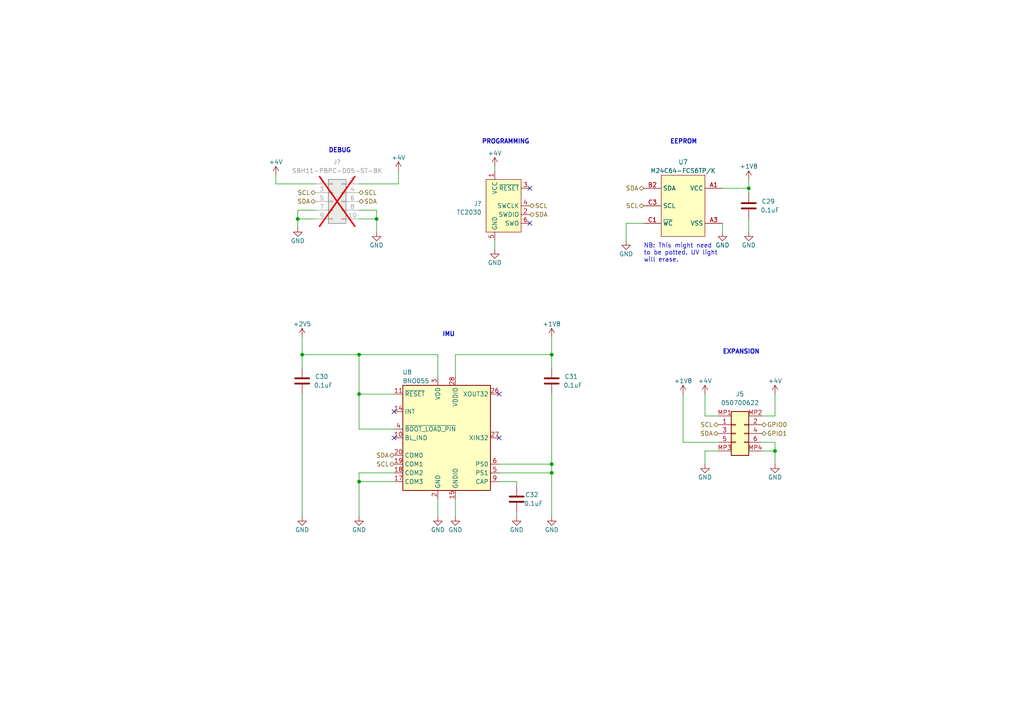
<source format=kicad_sch>
(kicad_sch (version 20230121) (generator eeschema)
  (paper "A4")
  (title_block (title "ONIX Neuropixels 1.0 Economical Headstage") (rev "A") (company "Open Ephys, Inc") (comment 1 "Jonathan P. Newman"))
  (lib_symbols
    (symbol "Connector:Conn_ARM_SWD_TagConnect_TC2030" (in_bom no)
      (property "Reference" "J" (at 2.54 11.43 0))
      (property "Value" "Conn_ARM_SWD_TagConnect_TC2030" (at 5.08 8.89 0))
      (symbol "Conn_ARM_SWD_TagConnect_TC2030_0_0"
        (pin power_in line (at -2.54 10.16 270) (length 2.54) (name "VCC") (number "1"))
        (pin bidirectional line (at 7.62 -2.54 180) (length 2.54) (name "SWDIO") (number "2"))
        (pin open_collector line (at 7.62 5.08 180) (length 2.54) (name "~{RESET}") (number "3"))
        (pin output line (at 7.62 0 180) (length 2.54) (name "SWCLK") (number "4"))
        (pin power_in line (at -2.54 -10.16 90) (length 2.54) (name "GND") (number "5"))
        (pin input line (at 7.62 -5.08 180) (length 2.54) (name "SWO") (number "6"))
      )
      (symbol "Conn_ARM_SWD_TagConnect_TC2030_0_1"
        (rectangle (start -5.08 7.62) (end 5.08 -7.62) (fill (type background)))
      )
    )
    (symbol "Connector_Generic:Conn_02x05_Odd_Even" (pin_names (offset 1.016) hide)
      (property "Reference" "J" (at 1.27 7.62 0))
      (property "Value" "Conn_02x05_Odd_Even" (at 1.27 -7.62 0))
      (symbol "Conn_02x05_Odd_Even_1_1"
        (rectangle (start -1.27 -4.953) (end 0 -5.207) (stroke (width 0.1524)))
        (rectangle (start -1.27 -2.413) (end 0 -2.667) (stroke (width 0.1524)))
        (rectangle (start -1.27 0.127) (end 0 -0.127) (stroke (width 0.1524)))
        (rectangle (start -1.27 2.667) (end 0 2.413) (stroke (width 0.1524)))
        (rectangle (start -1.27 5.207) (end 0 4.953) (stroke (width 0.1524)))
        (rectangle (start -1.27 6.35) (end 3.81 -6.35) (stroke (width 0.254)) (fill (type background)))
        (rectangle (start 3.81 -4.953) (end 2.54 -5.207) (stroke (width 0.1524)))
        (rectangle (start 3.81 -2.413) (end 2.54 -2.667) (stroke (width 0.1524)))
        (rectangle (start 3.81 0.127) (end 2.54 -0.127) (stroke (width 0.1524)))
        (rectangle (start 3.81 2.667) (end 2.54 2.413) (stroke (width 0.1524)))
        (rectangle (start 3.81 5.207) (end 2.54 4.953) (stroke (width 0.1524)))
        (pin passive line (at -5.08 5.08 0) (length 3.81) (name "Pin_1") (number "1"))
        (pin passive line (at 7.62 -5.08 180) (length 3.81) (name "Pin_10") (number "10"))
        (pin passive line (at 7.62 5.08 180) (length 3.81) (name "Pin_2") (number "2"))
        (pin passive line (at -5.08 2.54 0) (length 3.81) (name "Pin_3") (number "3"))
        (pin passive line (at 7.62 2.54 180) (length 3.81) (name "Pin_4") (number "4"))
        (pin passive line (at -5.08 0 0) (length 3.81) (name "Pin_5") (number "5"))
        (pin passive line (at 7.62 0 180) (length 3.81) (name "Pin_6") (number "6"))
        (pin passive line (at -5.08 -2.54 0) (length 3.81) (name "Pin_7") (number "7"))
        (pin passive line (at 7.62 -2.54 180) (length 3.81) (name "Pin_8") (number "8"))
        (pin passive line (at -5.08 -5.08 0) (length 3.81) (name "Pin_9") (number "9"))
      )
    )
    (symbol "Device:C" (pin_numbers hide) (pin_names (offset 0.254))
      (property "Reference" "C" (at 0.635 2.54 0))
      (property "Value" "C" (at 0.635 -2.54 0))
      (symbol "C_0_1"
        (polyline (pts (xy -2.032 -0.762) (xy 2.032 -0.762)) (stroke (width 0.508)))
        (polyline (pts (xy -2.032 0.762) (xy 2.032 0.762)) (stroke (width 0.508)))
      )
      (symbol "C_1_1"
        (pin passive line (at 0 3.81 270) (length 2.794) (name "~") (number "1"))
        (pin passive line (at 0 -3.81 90) (length 2.794) (name "~") (number "2"))
      )
    )
    (symbol "Sensor_Motion:BNO055"
      (property "Reference" "U" (at -11.43 16.51 0))
      (property "Value" "BNO055" (at 12.7 16.51 0))
      (symbol "BNO055_0_1"
        (rectangle (start -12.7 15.24) (end 12.7 -15.24) (stroke (width 0.254)) (fill (type background)))
      )
      (symbol "BNO055_1_1"
        (pin no_connect line (at -12.7 10.16 0) (length 2.54) hide (name "PIN1") (number "1"))
        (pin output line (at -15.24 0 0) (length 2.54) (name "BL_IND") (number "10"))
        (pin input line (at -15.24 12.7 0) (length 2.54) (name "~{RESET}") (number "11"))
        (pin no_connect line (at 12.7 10.16 180) (length 2.54) hide (name "PIN12") (number "12"))
        (pin no_connect line (at 12.7 7.62 180) (length 2.54) hide (name "PIN13") (number "13"))
        (pin output line (at -15.24 7.62 0) (length 2.54) (name "INT") (number "14"))
        (pin power_in line (at 2.54 -17.78 90) (length 2.54) (name "GNDIO") (number "15"))
        (pin passive line (at 2.54 -17.78 90) (length 2.54) hide (name "GNDIO") (number "16"))
        (pin input line (at -15.24 -12.7 0) (length 2.54) (name "COM3") (number "17"))
        (pin passive line (at -15.24 -10.16 0) (length 2.54) (name "COM2") (number "18"))
        (pin bidirectional line (at -15.24 -7.62 0) (length 2.54) (name "COM1") (number "19"))
        (pin power_in line (at -2.54 -17.78 90) (length 2.54) (name "GND") (number "2"))
        (pin bidirectional line (at -15.24 -5.08 0) (length 2.54) (name "COM0") (number "20"))
        (pin no_connect line (at 12.7 5.08 180) (length 2.54) hide (name "PIN21") (number "21"))
        (pin no_connect line (at 12.7 2.54 180) (length 2.54) hide (name "PIN22") (number "22"))
        (pin no_connect line (at 12.7 -2.54 180) (length 2.54) hide (name "PIN23") (number "23"))
        (pin no_connect line (at 12.7 -5.08 180) (length 2.54) hide (name "PIN24") (number "24"))
        (pin passive line (at 2.54 -17.78 90) (length 2.54) hide (name "GNDIO") (number "25"))
        (pin output line (at 15.24 12.7 180) (length 2.54) (name "XOUT32") (number "26"))
        (pin input line (at 15.24 0 180) (length 2.54) (name "XIN32") (number "27"))
        (pin power_in line (at 2.54 17.78 270) (length 2.54) (name "VDDIO") (number "28"))
        (pin power_in line (at -2.54 17.78 270) (length 2.54) (name "VDD") (number "3"))
        (pin input line (at -15.24 2.54 0) (length 2.54) (name "~{BOOT_LOAD_PIN}") (number "4"))
        (pin input line (at 15.24 -10.16 180) (length 2.54) (name "PS1") (number "5"))
        (pin input line (at 15.24 -7.62 180) (length 2.54) (name "PS0") (number "6"))
        (pin no_connect line (at -12.7 5.08 0) (length 2.54) hide (name "PIN7") (number "7"))
        (pin no_connect line (at -12.7 -2.54 0) (length 2.54) hide (name "PIN8") (number "8"))
        (pin passive line (at 15.24 -12.7 180) (length 2.54) (name "CAP") (number "9"))
      )
    )
    (symbol "jonnew:24Cxx-WC"
      (property "Reference" "U" (at 0 12.7 0))
      (property "Value" "24Cxx-WC" (at 0 10.16 0))
      (symbol "24Cxx-WC_0_1"
        (rectangle (start -6.35 8.89) (end 6.35 -8.89) (fill (type background)))
      )
      (symbol "24Cxx-WC_1_1"
        (pin power_in line (at -11.43 5.08 0) (length 5.08) (name "VCC") (number "A1"))
        (pin power_in line (at -11.43 -5.08 0) (length 5.08) (name "VSS") (number "A3"))
        (pin open_collector line (at 11.43 5.08 180) (length 5.08) (name "SDA") (number "B2"))
        (pin input line (at 11.43 -5.08 180) (length 5.08) (name "~{WC}") (number "C1"))
        (pin open_collector line (at 11.43 0 180) (length 5.08) (name "SCL") (number "C3"))
      )
    )
    (symbol "jonnew:Conn_02x3_Odd_Even_4Mech" (pin_names hide)
      (property "Reference" "J" (at 0 11.43 0))
      (property "Value" "Conn_02x3_Odd_Even_4Mech" (at 1.27 8.89 0))
      (symbol "Conn_02x3_Odd_Even_4Mech_1_1"
        (rectangle (start -2.54 -2.413) (end -1.27 -2.667) (stroke (width 0.1524)))
        (rectangle (start -2.54 0.127) (end -1.27 -0.127) (stroke (width 0.1524)))
        (rectangle (start -2.54 2.667) (end -1.27 2.413) (stroke (width 0.1524)))
        (rectangle (start -2.54 6.35) (end 2.54 -6.35) (stroke (width 0.254)) (fill (type background)))
        (rectangle (start 2.54 -2.413) (end 1.27 -2.667) (stroke (width 0.1524)))
        (rectangle (start 2.54 0.127) (end 1.27 -0.127) (stroke (width 0.1524)))
        (rectangle (start 2.54 2.667) (end 1.27 2.413) (stroke (width 0.1524)))
        (pin passive line (at -6.35 2.54 0) (length 3.81) (name "Pin_1") (number "1"))
        (pin passive line (at 6.35 2.54 180) (length 3.81) (name "Pin_2") (number "2"))
        (pin passive line (at -6.35 0 0) (length 3.81) (name "Pin_3") (number "3"))
        (pin passive line (at 6.35 0 180) (length 3.81) (name "Pin_4") (number "4"))
        (pin passive line (at -6.35 -2.54 0) (length 3.81) (name "Pin_5") (number "5"))
        (pin passive line (at 6.35 -2.54 180) (length 3.81) (name "Pin_6") (number "6"))
        (pin passive line (at -6.35 5.08 0) (length 3.81) (name "MountPin1") (number "MP1"))
        (pin passive line (at 6.35 5.08 180) (length 3.81) (name "MountPin2") (number "MP2"))
        (pin passive line (at -6.35 -5.08 0) (length 3.81) (name "MountPin3") (number "MP3"))
        (pin passive line (at 6.35 -5.08 180) (length 3.81) (name "MountPin4") (number "MP4"))
      )
    )
    (symbol "power:+1V8" (power) (pin_names (offset 0))
      (property "Value" "+1V8" (at 0 3.556 0))
      (symbol "+1V8_0_1"
        (polyline (pts (xy -0.762 1.27) (xy 0 2.54)))
        (polyline (pts (xy 0 0) (xy 0 2.54)))
        (polyline (pts (xy 0 2.54) (xy 0.762 1.27)))
      )
      (symbol "+1V8_1_1"
        (pin power_in line (at 0 0 90) (length 0) hide (name "+1V8") (number "1"))
      )
    )
    (symbol "power:+2V5" (power) (pin_names (offset 0))
      (property "Value" "+2V5" (at 0 3.556 0))
      (symbol "+2V5_0_1"
        (polyline (pts (xy -0.762 1.27) (xy 0 2.54)))
        (polyline (pts (xy 0 0) (xy 0 2.54)))
        (polyline (pts (xy 0 2.54) (xy 0.762 1.27)))
      )
      (symbol "+2V5_1_1"
        (pin power_in line (at 0 0 90) (length 0) hide (name "+2V5") (number "1"))
      )
    )
    (symbol "power:+4V" (power) (pin_names (offset 0))
      (property "Value" "+4V" (at 0 3.556 0))
      (symbol "+4V_0_1"
        (polyline (pts (xy -0.762 1.27) (xy 0 2.54)))
        (polyline (pts (xy 0 0) (xy 0 2.54)))
        (polyline (pts (xy 0 2.54) (xy 0.762 1.27)))
      )
      (symbol "+4V_1_1"
        (pin power_in line (at 0 0 90) (length 0) hide (name "+4V") (number "1"))
      )
    )
    (symbol "power:GND" (power) (pin_names (offset 0))
      (property "Value" "GND" (at 0 -3.81 0))
      (symbol "GND_0_1"
        (polyline (pts (xy 0 0) (xy 0 -1.27) (xy 1.27 -1.27) (xy 0 -2.54) (xy -1.27 -1.27) (xy 0 -1.27)))
      )
      (symbol "GND_1_1"
        (pin power_in line (at 0 0 270) (length 0) hide (name "GND") (number "1"))
      )
    )
  )
  (junction (at 109.22 63.5))
  (junction (at 217.17 54.61))
  (junction (at 224.79 130.81))
  (junction (at 160.02 102.87))
  (junction (at 160.02 137.16))
  (junction (at 160.02 134.62))
  (junction (at 104.14 139.7))
  (junction (at 104.14 102.87))
  (junction (at 104.14 114.3))
  (junction (at 86.36 63.5))
  (junction (at 87.63 102.87))
  (no_connect (at 114.3 127))
  (no_connect (at 153.67 64.77))
  (no_connect (at 144.78 127))
  (no_connect (at 114.3 119.38))
  (no_connect (at 144.78 114.3))
  (no_connect (at 153.67 54.61))
  (wire (pts (xy 115.57 53.34) (xy 115.57 49.53)))
  (wire (pts (xy 114.3 139.7) (xy 104.14 139.7)))
  (wire (pts (xy 217.17 55.88) (xy 217.17 54.61)))
  (wire (pts (xy 104.14 124.46) (xy 114.3 124.46)))
  (wire (pts (xy 160.02 149.86) (xy 160.02 137.16)))
  (wire (pts (xy 160.02 106.68) (xy 160.02 102.87)))
  (wire (pts (xy 87.63 102.87) (xy 87.63 106.68)))
  (wire (pts (xy 144.78 134.62) (xy 160.02 134.62)))
  (wire (pts (xy 217.17 52.07) (xy 217.17 54.61)))
  (wire (pts (xy 87.63 102.87) (xy 104.14 102.87)))
  (wire (pts (xy 114.3 137.16) (xy 104.14 137.16)))
  (wire (pts (xy 220.98 128.27) (xy 224.79 128.27)))
  (wire (pts (xy 220.98 130.81) (xy 224.79 130.81)))
  (wire (pts (xy 104.14 60.96) (xy 109.22 60.96)))
  (wire (pts (xy 104.14 114.3) (xy 104.14 124.46)))
  (wire (pts (xy 224.79 128.27) (xy 224.79 130.81)))
  (wire (pts (xy 104.14 137.16) (xy 104.14 139.7)))
  (wire (pts (xy 104.14 139.7) (xy 104.14 149.86)))
  (wire (pts (xy 132.08 144.78) (xy 132.08 149.86)))
  (wire (pts (xy 208.28 130.81) (xy 204.47 130.81)))
  (wire (pts (xy 204.47 120.65) (xy 208.28 120.65)))
  (wire (pts (xy 132.08 109.22) (xy 132.08 102.87)))
  (wire (pts (xy 104.14 114.3) (xy 114.3 114.3)))
  (wire (pts (xy 209.55 54.61) (xy 217.17 54.61)))
  (wire (pts (xy 104.14 63.5) (xy 109.22 63.5)))
  (wire (pts (xy 104.14 102.87) (xy 127 102.87)))
  (wire (pts (xy 86.36 63.5) (xy 86.36 66.04)))
  (wire (pts (xy 91.44 53.34) (xy 80.01 53.34)))
  (wire (pts (xy 220.98 120.65) (xy 224.79 120.65)))
  (wire (pts (xy 127 144.78) (xy 127 149.86)))
  (wire (pts (xy 208.28 128.27) (xy 198.12 128.27)))
  (wire (pts (xy 86.36 60.96) (xy 86.36 63.5)))
  (wire (pts (xy 144.78 139.7) (xy 149.86 139.7)))
  (wire (pts (xy 160.02 114.3) (xy 160.02 134.62)))
  (wire (pts (xy 87.63 114.3) (xy 87.63 149.86)))
  (wire (pts (xy 86.36 63.5) (xy 91.44 63.5)))
  (wire (pts (xy 198.12 114.3) (xy 198.12 128.27)))
  (wire (pts (xy 127 109.22) (xy 127 102.87)))
  (wire (pts (xy 104.14 53.34) (xy 115.57 53.34)))
  (wire (pts (xy 224.79 130.81) (xy 224.79 134.62)))
  (wire (pts (xy 87.63 97.79) (xy 87.63 102.87)))
  (wire (pts (xy 217.17 63.5) (xy 217.17 67.31)))
  (wire (pts (xy 204.47 114.3) (xy 204.47 120.65)))
  (wire (pts (xy 209.55 64.77) (xy 209.55 67.31)))
  (wire (pts (xy 143.51 48.26) (xy 143.51 49.53)))
  (wire (pts (xy 143.51 69.85) (xy 143.51 72.39)))
  (wire (pts (xy 181.61 69.85) (xy 181.61 64.77)))
  (wire (pts (xy 160.02 137.16) (xy 160.02 134.62)))
  (wire (pts (xy 224.79 114.3) (xy 224.79 120.65)))
  (wire (pts (xy 91.44 60.96) (xy 86.36 60.96)))
  (wire (pts (xy 109.22 60.96) (xy 109.22 63.5)))
  (wire (pts (xy 181.61 64.77) (xy 186.69 64.77)))
  (wire (pts (xy 149.86 148.59) (xy 149.86 149.86)))
  (wire (pts (xy 160.02 97.79) (xy 160.02 102.87)))
  (wire (pts (xy 80.01 53.34) (xy 80.01 50.8)))
  (wire (pts (xy 204.47 130.81) (xy 204.47 134.62)))
  (wire (pts (xy 149.86 139.7) (xy 149.86 140.97)))
  (wire (pts (xy 104.14 102.87) (xy 104.14 114.3)))
  (wire (pts (xy 144.78 137.16) (xy 160.02 137.16)))
  (wire (pts (xy 109.22 63.5) (xy 109.22 67.31)))
  (wire (pts (xy 132.08 102.87) (xy 160.02 102.87)))
  (text "EEPROM" (at 194.31 41.91 0) (effects (font (size 1.27 1.27) (thickness 0.254) bold) (justify left bottom)))
  (text "DEBUG" (at 95.25 44.45 0) (effects (font (size 1.27 1.27) (thickness 0.254) bold) (justify left bottom)))
  (text "PROGRAMMING" (at 139.7 41.91 0) (effects (font (size 1.27 1.27) (thickness 0.254) bold) (justify left bottom)))
  (text "IMU" (at 128.27 97.79 0) (effects (font (size 1.27 1.27) (thickness 0.254) bold) (justify left bottom)))
  (text "NB: This might need\nto be potted. UV light\nwill erase." (at 186.69 76.2 0) (effects (font (size 1.27 1.27)) (justify left bottom)))
  (text "EXPANSION" (at 209.55 102.87 0) (effects (font (size 1.27 1.27) (thickness 0.254) bold) (justify left bottom)))
  (hierarchical_label "SCL" (shape bidirectional) (at 91.44 55.88 180))
  (hierarchical_label "SDA" (shape bidirectional) (at 186.69 54.61 180))
  (hierarchical_label "SDA" (shape bidirectional) (at 114.3 132.08 180))
  (hierarchical_label "SCL" (shape bidirectional) (at 208.28 123.19 180))
  (hierarchical_label "GPIO0" (shape bidirectional) (at 220.98 123.19 0))
  (hierarchical_label "SDA" (shape bidirectional) (at 153.67 62.23 0))
  (hierarchical_label "SDA" (shape bidirectional) (at 91.44 58.42 180))
  (hierarchical_label "SDA" (shape bidirectional) (at 208.28 125.73 180))
  (hierarchical_label "SCL" (shape bidirectional) (at 114.3 134.62 180))
  (hierarchical_label "SCL" (shape bidirectional) (at 186.69 59.69 180))
  (hierarchical_label "SDA" (shape bidirectional) (at 104.14 58.42 0))
  (hierarchical_label "SCL" (shape bidirectional) (at 104.14 55.88 0))
  (hierarchical_label "SCL" (shape bidirectional) (at 153.67 59.69 0))
  (hierarchical_label "GPIO1" (shape bidirectional) (at 220.98 125.73 0))
  (symbol (lib_id "power:GND") (at 143.51 72.39 0) (mirror y) (unit 1)
    (property "Reference" "#PWR?" (effects hide))
    (property "Value" "GND" (at 143.51 76.2 0))
    (instances (project "headstage-neuropix1e" (path "" (reference "#PWR?") (unit 1)) (path "" (reference "#PWR070") (unit 1))))
  )
  (symbol (lib_id "power:+4V") (at 80.01 50.8 0) (mirror y) (unit 1)
    (property "Reference" "#PWR?" (effects hide))
    (property "Value" "+4V" (at 80.01 46.99 0))
    (instances (project "headstage-neuropix1e" (path "" (reference "#PWR?") (unit 1)) (path "" (reference "#PWR?") (unit 1)) (path "" (reference "#PWR063") (unit 1))))
  )
  (symbol (lib_id "Sensor_Motion:BNO055") (at 129.54 127 0) (unit 1)
    (property "Reference" "U8" (at 118.11 107.95 0))
    (property "Value" "BNO055" (at 120.65 110.49 0))
    (property "Footprint" "Package_LGA:LGA-28_5.2x3.8mm_P0.5mm" (effects hide))
    (property "Datasheet" "https://www.bosch-sensortec.com/media/boschsensortec/downloads/datasheets/bst-bno055-ds000.pdf" (effects hide))
  )
  (symbol (lib_id "power:GND") (at 160.02 149.86 0) (unit 1)
    (property "Reference" "#PWR083" (effects hide))
    (property "Value" "GND" (at 160.02 153.67 0))
  )
  (symbol (lib_id "power:+4V") (at 204.47 114.3 0) (unit 1)
    (property "Reference" "#PWR?" (effects hide))
    (property "Value" "+4V" (at 204.47 110.49 0))
    (instances (project "headstage-neuropix1e" (path "" (reference "#PWR?") (unit 1)) (path "" (reference "#PWR074") (unit 1))))
  )
  (symbol (lib_id "power:GND") (at 109.22 67.31 0) (mirror y) (unit 1)
    (property "Reference" "#PWR?" (effects hide))
    (property "Value" "GND" (at 109.22 71.12 0))
    (instances (project "headstage-neuropix1e" (path "" (reference "#PWR?") (unit 1)) (path "" (reference "#PWR066") (unit 1))))
  )
  (symbol (lib_id "power:GND") (at 86.36 66.04 0) (mirror y) (unit 1)
    (property "Reference" "#PWR?" (effects hide))
    (property "Value" "GND" (at 86.36 69.85 0))
    (instances (project "headstage-neuropix1e" (path "" (reference "#PWR?") (unit 1)) (path "" (reference "#PWR065") (unit 1))))
  )
  (symbol (lib_id "power:GND") (at 209.55 67.31 0) (unit 1)
    (property "Reference" "#PWR067" (effects hide))
    (property "Value" "GND" (at 209.55 71.12 0))
  )
  (symbol (lib_id "jonnew:Conn_02x3_Odd_Even_4Mech") (at 214.63 125.73 0) (unit 1) (in_bom no)
    (property "Reference" "J5" (at 214.63 114.3 0))
    (property "Value" "050700622" (at 214.63 116.84 0))
    (property "Footprint" "jonnew:MOLEX_5050700622" (effects hide))
  )
  (symbol (lib_id "power:GND") (at 217.17 67.31 0) (unit 1)
    (property "Reference" "#PWR068" (effects hide))
    (property "Value" "GND" (at 217.17 71.12 0))
  )
  (symbol (lib_id "power:+1V8") (at 160.02 97.79 0) (unit 1)
    (property "Reference" "#PWR072" (effects hide))
    (property "Value" "+1V8" (at 160.02 93.98 0))
  )
  (symbol (lib_id "power:GND") (at 204.47 134.62 0) (unit 1)
    (property "Reference" "#PWR076" (effects hide))
    (property "Value" "GND" (at 204.47 138.43 0))
  )
  (symbol (lib_id "Device:C") (at 217.17 59.69 180) (unit 1)
    (property "Reference" "C29" (at 224.79 58.42 0) (effects (justify left)))
    (property "Value" "0.1uF" (at 226.06 60.96 0) (effects (justify left)))
    (property "Footprint" "Capacitor_SMD:C_0201_0603Metric" (effects hide))
    (property "TempCo" "X7R" (effects hide))
    (property "Voltage" "25V" (effects hide))
    (property "CASE/PACKAGE" "0201" (effects hide))
  )
  (symbol (lib_id "power:GND") (at 127 149.86 0) (unit 1)
    (property "Reference" "#PWR080" (effects hide))
    (property "Value" "GND" (at 127 153.67 0))
  )
  (symbol (lib_id "power:+1V8") (at 198.12 114.3 0) (mirror y) (unit 1)
    (property "Reference" "#PWR073" (effects hide))
    (property "Value" "+1V8" (at 198.12 110.49 0))
  )
  (symbol (lib_id "jonnew:24Cxx-WC") (at 198.12 59.69 0) (mirror y) (unit 1)
    (property "Reference" "U7" (at 198.12 46.99 0))
    (property "Value" "M24C64-FCS6TP/K" (at 198.12 49.53 0))
    (property "Footprint" "jonnew:ST_WLCSP5-0.959x1.073" (effects hide))
    (property "Datasheet" "https://www.st.com/content/ccc/resource/technical/document/datasheet/5c/df/52/a5/15/f2/48/bd/CD00259166.pdf/files/CD00259166.pdf/jcr:content/translations/en.CD00259166.pdf#page=5&zoom=100,0,350" (effects hide))
  )
  (symbol (lib_id "power:+4V") (at 115.57 49.53 0) (mirror y) (unit 1)
    (property "Reference" "#PWR?" (effects hide))
    (property "Value" "+4V" (at 115.57 45.72 0))
    (instances (project "headstage-neuropix1e" (path "" (reference "#PWR?") (unit 1)) (path "" (reference "#PWR?") (unit 1)) (path "" (reference "#PWR062") (unit 1))))
  )
  (symbol (lib_id "Device:C") (at 87.63 110.49 180) (unit 1)
    (property "Reference" "C30" (at 95.25 109.22 0) (effects (justify left)))
    (property "Value" "0.1uF" (at 96.52 111.76 0) (effects (justify left)))
    (property "Footprint" "Capacitor_SMD:C_0201_0603Metric" (effects hide))
    (property "TempCo" "X7R" (effects hide))
    (property "Voltage" "25V" (effects hide))
    (property "CASE/PACKAGE" "0201" (effects hide))
  )
  (symbol (lib_id "power:GND") (at 87.63 149.86 0) (unit 1)
    (property "Reference" "#PWR078" (effects hide))
    (property "Value" "GND" (at 87.63 153.67 0))
  )
  (symbol (lib_id "power:GND") (at 224.79 134.62 0) (unit 1)
    (property "Reference" "#PWR077" (effects hide))
    (property "Value" "GND" (at 224.79 138.43 0))
  )
  (symbol (lib_id "power:+4V") (at 224.79 114.3 0) (unit 1)
    (property "Reference" "#PWR?" (effects hide))
    (property "Value" "+4V" (at 224.79 110.49 0))
    (instances (project "headstage-neuropix1e" (path "" (reference "#PWR?") (unit 1)) (path "" (reference "#PWR075") (unit 1))))
  )
  (symbol (lib_id "power:GND") (at 149.86 149.86 0) (unit 1)
    (property "Reference" "#PWR082" (effects hide))
    (property "Value" "GND" (at 149.86 153.67 0))
  )
  (symbol (lib_id "Connector:Conn_ARM_SWD_TagConnect_TC2030") (at 146.05 59.69 0) (unit 1) (in_bom no)
    (property "Reference" "J?" (at 139.7 59.055 0) (effects (justify right)))
    (property "Value" "TC2030" (at 139.7 61.595 0) (effects (justify right)))
    (property "Footprint" "Connector:Tag-Connect_TC2030-IDC-FP_2x03_P1.27mm_Vertical" (effects hide))
    (property "Datasheet" "https://www.tag-connect.com/wp-content/uploads/bsk-pdf-manager/TC2030-CTX_1.pdf" (effects hide))
    (instances (project "headstage-neuropix1e" (path "" (reference "J?") (unit 1)) (path "" (reference "J4") (unit 1))))
  )
  (symbol (lib_id "power:+1V8") (at 217.17 52.07 0) (unit 1)
    (property "Reference" "#PWR064" (effects hide))
    (property "Value" "+1V8" (at 217.17 48.26 0))
  )
  (symbol (lib_id "power:+4V") (at 143.51 48.26 0) (mirror y) (unit 1)
    (property "Reference" "#PWR?" (effects hide))
    (property "Value" "+4V" (at 143.51 44.45 0))
    (instances (project "headstage-neuropix1e" (path "" (reference "#PWR?") (unit 1)) (path "" (reference "#PWR?") (unit 1)) (path "" (reference "#PWR061") (unit 1))))
  )
  (symbol (lib_id "power:GND") (at 181.61 69.85 0) (unit 1)
    (property "Reference" "#PWR069" (effects hide))
    (property "Value" "GND" (at 181.61 73.66 0))
  )
  (symbol (lib_id "power:GND") (at 104.14 149.86 0) (unit 1)
    (property "Reference" "#PWR079" (effects hide))
    (property "Value" "GND" (at 104.14 153.67 0))
  )
  (symbol (lib_id "power:GND") (at 132.08 149.86 0) (unit 1)
    (property "Reference" "#PWR081" (effects hide))
    (property "Value" "GND" (at 132.08 153.67 0))
  )
  (symbol (lib_id "Device:C") (at 160.02 110.49 180) (unit 1)
    (property "Reference" "C31" (at 167.64 109.22 0) (effects (justify left)))
    (property "Value" "0.1uF" (at 168.91 111.76 0) (effects (justify left)))
    (property "Footprint" "Capacitor_SMD:C_0201_0603Metric" (effects hide))
    (property "TempCo" "X7R" (effects hide))
    (property "Voltage" "25V" (effects hide))
    (property "CASE/PACKAGE" "0201" (effects hide))
  )
  (symbol (lib_id "power:+2V5") (at 87.63 97.79 0) (unit 1)
    (property "Reference" "#PWR071" (effects hide))
    (property "Value" "+2V5" (at 87.63 93.98 0))
  )
  (symbol (lib_id "Device:C") (at 149.86 144.78 180) (unit 1)
    (property "Reference" "C32" (at 156.21 143.51 0) (effects (justify left)))
    (property "Value" "0.1uF" (at 157.48 146.05 0) (effects (justify left)))
    (property "Footprint" "Capacitor_SMD:C_0201_0603Metric" (effects hide))
    (property "TempCo" "X7R" (effects hide))
    (property "Voltage" "25V" (effects hide))
    (property "CASE/PACKAGE" "0201" (effects hide))
  )
  (symbol (lib_id "Connector_Generic:Conn_02x05_Odd_Even") (at 96.52 58.42 0) (unit 1) (dnp yes)
    (property "Reference" "J?" (at 97.79 46.99 0))
    (property "Value" "SBH11-PBPC-D05-ST-BK" (at 97.79 49.53 0))
    (property "Footprint" "Connector_IDC:IDC-Header_2x05_P2.54mm_Vertical" (effects hide))
    (instances (project "headstage-neuropix1e" (path "" (reference "J?") (unit 1)) (path "" (reference "J3") (unit 1))))
  )
)
</source>
